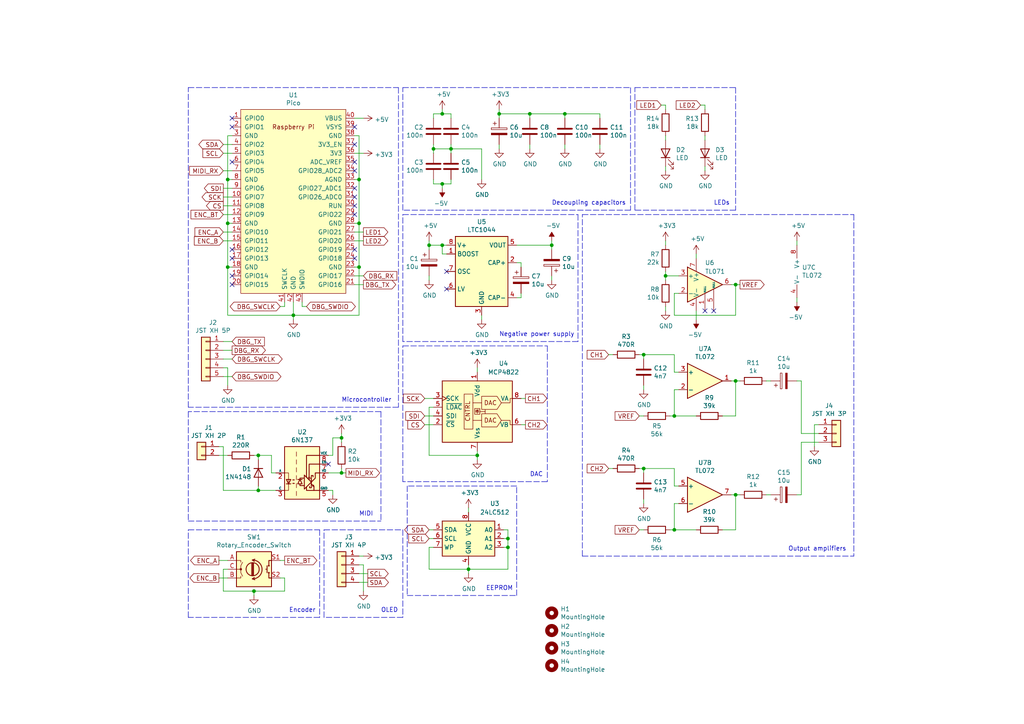
<source format=kicad_sch>
(kicad_sch (version 20211123) (generator eeschema)
  (paper "A4")
  (title_block (title "pico-synth") (date "2022-02-01") (rev "2.1") (comment 3 "Released under CERN Open Hardware Licence Version 2 - Strongly Reciprocal") (comment 4 "Designed by: Rafael G. Martins"))
  (junction (at 163.83 33.02))
  (junction (at 138.43 132.08))
  (junction (at 85.09 91.44))
  (junction (at 73.66 171.45))
  (junction (at 147.32 156.21))
  (junction (at 213.36 143.51))
  (junction (at 74.93 142.24))
  (junction (at 147.32 158.75))
  (junction (at 99.06 137.16))
  (junction (at 186.69 102.87))
  (junction (at 144.78 33.02))
  (junction (at 195.58 120.65))
  (junction (at 66.04 52.07))
  (junction (at 104.14 52.07))
  (junction (at 124.46 71.12))
  (junction (at 213.36 110.49))
  (junction (at 193.04 80.01))
  (junction (at 160.02 71.12))
  (junction (at 195.58 153.67))
  (junction (at 130.81 43.18))
  (junction (at 125.73 43.18))
  (junction (at 186.69 135.89))
  (junction (at 66.04 77.47))
  (junction (at 104.14 77.47))
  (junction (at 99.06 127))
  (junction (at 135.89 165.1))
  (junction (at 128.27 33.02))
  (junction (at 104.14 64.77))
  (junction (at 153.67 33.02))
  (junction (at 74.93 132.08))
  (junction (at 128.27 71.12))
  (junction (at 128.27 53.34))
  (junction (at 213.36 82.55))
  (junction (at 66.04 64.77))
  (no_connect (at 67.31 82.55))
  (no_connect (at 67.31 34.29))
  (no_connect (at 204.47 90.17))
  (no_connect (at 102.87 41.91))
  (no_connect (at 102.87 46.99))
  (no_connect (at 67.31 46.99))
  (no_connect (at 67.31 72.39))
  (no_connect (at 102.87 36.83))
  (no_connect (at 102.87 49.53))
  (no_connect (at 95.25 134.62))
  (no_connect (at 102.87 54.61))
  (no_connect (at 102.87 62.23))
  (no_connect (at 67.31 36.83))
  (no_connect (at 102.87 72.39))
  (no_connect (at 207.01 90.17))
  (no_connect (at 129.54 78.74))
  (no_connect (at 67.31 80.01))
  (no_connect (at 102.87 59.69))
  (no_connect (at 102.87 74.93))
  (no_connect (at 129.54 83.82))
  (no_connect (at 102.87 57.15))
  (no_connect (at 67.31 74.93))
  (wire (pts (xy 213.36 143.51) (xy 213.36 153.67)))
  (wire (pts (xy 99.06 127) (xy 99.06 128.27)))
  (wire (pts (xy 195.58 153.67) (xy 201.93 153.67)))
  (wire (pts (xy 125.73 158.75) (xy 124.46 158.75)))
  (wire (pts (xy 128.27 71.12) (xy 129.54 71.12)))
  (wire (pts (xy 232.41 128.27) (xy 237.49 128.27)))
  (polyline (pts (xy 167.64 62.23) (xy 167.64 99.06)))
  (wire (pts (xy 67.31 64.77) (xy 66.04 64.77)))
  (wire (pts (xy 125.73 52.07) (xy 125.73 53.34)))
  (polyline (pts (xy 54.61 151.13) (xy 110.49 151.13)))
  (wire (pts (xy 67.31 39.37) (xy 66.04 39.37)))
  (wire (pts (xy 213.36 143.51) (xy 214.63 143.51)))
  (wire (pts (xy 135.89 148.59) (xy 135.89 147.32)))
  (wire (pts (xy 96.52 127) (xy 99.06 127)))
  (wire (pts (xy 149.86 71.12) (xy 160.02 71.12)))
  (wire (pts (xy 153.67 34.29) (xy 153.67 33.02)))
  (wire (pts (xy 85.09 91.44) (xy 85.09 87.63)))
  (wire (pts (xy 125.73 118.11) (xy 124.46 118.11)))
  (wire (pts (xy 78.74 132.08) (xy 74.93 132.08)))
  (wire (pts (xy 146.05 158.75) (xy 147.32 158.75)))
  (wire (pts (xy 151.13 115.57) (xy 152.4 115.57)))
  (wire (pts (xy 128.27 73.66) (xy 128.27 71.12)))
  (wire (pts (xy 204.47 49.53) (xy 204.47 48.26)))
  (wire (pts (xy 201.93 92.71) (xy 201.93 90.17)))
  (wire (pts (xy 222.25 110.49) (xy 223.52 110.49)))
  (wire (pts (xy 195.58 135.89) (xy 195.58 140.97)))
  (wire (pts (xy 163.83 43.18) (xy 163.83 41.91)))
  (polyline (pts (xy 182.88 60.96) (xy 116.84 60.96)))
  (wire (pts (xy 173.99 33.02) (xy 173.99 34.29)))
  (polyline (pts (xy 116.84 153.67) (xy 116.84 179.07)))
  (wire (pts (xy 186.69 146.05) (xy 186.69 144.78)))
  (wire (pts (xy 153.67 33.02) (xy 163.83 33.02)))
  (wire (pts (xy 195.58 102.87) (xy 195.58 107.95)))
  (wire (pts (xy 104.14 77.47) (xy 104.14 64.77)))
  (wire (pts (xy 231.14 87.63) (xy 231.14 86.36)))
  (wire (pts (xy 64.77 171.45) (xy 64.77 165.1)))
  (polyline (pts (xy 247.65 62.23) (xy 247.65 161.29)))
  (wire (pts (xy 63.5 167.64) (xy 66.04 167.64)))
  (wire (pts (xy 193.04 81.28) (xy 193.04 80.01)))
  (polyline (pts (xy 118.11 172.72) (xy 149.86 172.72)))
  (wire (pts (xy 85.09 91.44) (xy 104.14 91.44)))
  (wire (pts (xy 128.27 31.75) (xy 128.27 33.02)))
  (wire (pts (xy 138.43 107.95) (xy 138.43 106.68)))
  (wire (pts (xy 146.05 153.67) (xy 147.32 153.67)))
  (polyline (pts (xy 92.71 179.07) (xy 54.61 179.07)))
  (wire (pts (xy 102.87 52.07) (xy 104.14 52.07)))
  (polyline (pts (xy 184.15 60.96) (xy 184.15 25.4)))
  (wire (pts (xy 194.31 120.65) (xy 195.58 120.65)))
  (wire (pts (xy 124.46 158.75) (xy 124.46 165.1)))
  (wire (pts (xy 147.32 158.75) (xy 147.32 165.1)))
  (wire (pts (xy 66.04 91.44) (xy 85.09 91.44)))
  (wire (pts (xy 196.85 85.09) (xy 195.58 85.09)))
  (wire (pts (xy 195.58 107.95) (xy 196.85 107.95)))
  (wire (pts (xy 123.19 123.19) (xy 125.73 123.19)))
  (wire (pts (xy 85.09 92.71) (xy 85.09 91.44)))
  (wire (pts (xy 128.27 33.02) (xy 130.81 33.02)))
  (wire (pts (xy 64.77 44.45) (xy 67.31 44.45)))
  (wire (pts (xy 64.77 49.53) (xy 67.31 49.53)))
  (wire (pts (xy 125.73 34.29) (xy 125.73 33.02)))
  (polyline (pts (xy 110.49 119.38) (xy 54.61 119.38)))
  (wire (pts (xy 63.5 132.08) (xy 66.04 132.08)))
  (wire (pts (xy 63.5 129.54) (xy 64.77 129.54)))
  (polyline (pts (xy 168.91 62.23) (xy 247.65 62.23)))
  (polyline (pts (xy 116.84 99.06) (xy 116.84 62.23)))
  (wire (pts (xy 102.87 82.55) (xy 105.41 82.55)))
  (wire (pts (xy 135.89 165.1) (xy 147.32 165.1)))
  (polyline (pts (xy 116.84 179.07) (xy 93.98 179.07)))
  (wire (pts (xy 144.78 33.02) (xy 144.78 31.75)))
  (wire (pts (xy 102.87 44.45) (xy 105.41 44.45)))
  (wire (pts (xy 124.46 165.1) (xy 135.89 165.1)))
  (wire (pts (xy 64.77 99.06) (xy 67.31 99.06)))
  (wire (pts (xy 124.46 81.28) (xy 124.46 80.01)))
  (wire (pts (xy 173.99 43.18) (xy 173.99 41.91)))
  (wire (pts (xy 151.13 76.2) (xy 151.13 77.47)))
  (wire (pts (xy 73.66 171.45) (xy 64.77 171.45)))
  (wire (pts (xy 64.77 59.69) (xy 67.31 59.69)))
  (polyline (pts (xy 116.84 139.7) (xy 116.84 100.33)))
  (wire (pts (xy 144.78 43.18) (xy 144.78 41.91)))
  (wire (pts (xy 102.87 64.77) (xy 104.14 64.77)))
  (wire (pts (xy 153.67 43.18) (xy 153.67 41.91)))
  (wire (pts (xy 105.41 171.45) (xy 105.41 163.83)))
  (polyline (pts (xy 54.61 153.67) (xy 92.71 153.67)))
  (polyline (pts (xy 149.86 140.97) (xy 118.11 140.97)))
  (wire (pts (xy 64.77 69.85) (xy 67.31 69.85)))
  (polyline (pts (xy 54.61 118.11) (xy 54.61 25.4)))
  (wire (pts (xy 66.04 39.37) (xy 66.04 52.07)))
  (wire (pts (xy 160.02 71.12) (xy 160.02 69.85)))
  (wire (pts (xy 64.77 67.31) (xy 67.31 67.31)))
  (wire (pts (xy 186.69 113.03) (xy 186.69 111.76)))
  (wire (pts (xy 147.32 156.21) (xy 147.32 158.75)))
  (wire (pts (xy 236.22 129.54) (xy 236.22 123.19)))
  (wire (pts (xy 231.14 143.51) (xy 232.41 143.51)))
  (wire (pts (xy 203.2 30.48) (xy 204.47 30.48)))
  (polyline (pts (xy 116.84 25.4) (xy 182.88 25.4)))
  (wire (pts (xy 139.7 92.71) (xy 139.7 91.44)))
  (wire (pts (xy 66.04 111.76) (xy 66.04 106.68)))
  (wire (pts (xy 130.81 43.18) (xy 130.81 41.91)))
  (wire (pts (xy 128.27 53.34) (xy 130.81 53.34)))
  (wire (pts (xy 74.93 142.24) (xy 80.01 142.24)))
  (wire (pts (xy 102.87 67.31) (xy 105.41 67.31)))
  (wire (pts (xy 125.73 33.02) (xy 128.27 33.02)))
  (wire (pts (xy 213.36 110.49) (xy 213.36 120.65)))
  (wire (pts (xy 104.14 163.83) (xy 105.41 163.83)))
  (polyline (pts (xy 158.75 100.33) (xy 158.75 139.7)))
  (polyline (pts (xy 116.84 100.33) (xy 158.75 100.33)))
  (polyline (pts (xy 115.57 25.4) (xy 115.57 118.11)))
  (polyline (pts (xy 168.91 161.29) (xy 168.91 62.23)))
  (wire (pts (xy 66.04 52.07) (xy 67.31 52.07)))
  (wire (pts (xy 193.04 80.01) (xy 193.04 78.74)))
  (wire (pts (xy 74.93 132.08) (xy 73.66 132.08)))
  (wire (pts (xy 64.77 142.24) (xy 74.93 142.24)))
  (wire (pts (xy 128.27 54.61) (xy 128.27 53.34)))
  (wire (pts (xy 124.46 71.12) (xy 128.27 71.12)))
  (wire (pts (xy 195.58 146.05) (xy 195.58 153.67)))
  (wire (pts (xy 73.66 171.45) (xy 82.55 171.45)))
  (wire (pts (xy 149.86 76.2) (xy 151.13 76.2)))
  (wire (pts (xy 64.77 129.54) (xy 64.77 142.24)))
  (wire (pts (xy 125.73 53.34) (xy 128.27 53.34)))
  (polyline (pts (xy 149.86 172.72) (xy 149.86 140.97)))
  (polyline (pts (xy 54.61 119.38) (xy 54.61 151.13)))
  (wire (pts (xy 209.55 153.67) (xy 213.36 153.67)))
  (wire (pts (xy 194.31 153.67) (xy 195.58 153.67)))
  (wire (pts (xy 104.14 52.07) (xy 104.14 39.37)))
  (wire (pts (xy 193.04 30.48) (xy 193.04 31.75)))
  (wire (pts (xy 209.55 120.65) (xy 213.36 120.65)))
  (wire (pts (xy 81.28 88.9) (xy 82.55 88.9)))
  (polyline (pts (xy 115.57 118.11) (xy 54.61 118.11)))
  (wire (pts (xy 102.87 77.47) (xy 104.14 77.47)))
  (wire (pts (xy 185.42 102.87) (xy 186.69 102.87)))
  (wire (pts (xy 195.58 146.05) (xy 196.85 146.05)))
  (wire (pts (xy 231.14 110.49) (xy 232.41 110.49)))
  (wire (pts (xy 64.77 57.15) (xy 67.31 57.15)))
  (wire (pts (xy 129.54 73.66) (xy 128.27 73.66)))
  (wire (pts (xy 66.04 77.47) (xy 66.04 91.44)))
  (polyline (pts (xy 54.61 25.4) (xy 115.57 25.4)))
  (wire (pts (xy 102.87 34.29) (xy 105.41 34.29)))
  (wire (pts (xy 64.77 41.91) (xy 67.31 41.91)))
  (wire (pts (xy 144.78 34.29) (xy 144.78 33.02)))
  (wire (pts (xy 102.87 80.01) (xy 105.41 80.01)))
  (wire (pts (xy 186.69 104.14) (xy 186.69 102.87)))
  (wire (pts (xy 193.04 71.12) (xy 193.04 69.85)))
  (wire (pts (xy 213.36 91.44) (xy 213.36 82.55)))
  (wire (pts (xy 236.22 123.19) (xy 237.49 123.19)))
  (wire (pts (xy 151.13 123.19) (xy 152.4 123.19)))
  (polyline (pts (xy 116.84 60.96) (xy 116.84 25.4)))
  (wire (pts (xy 124.46 153.67) (xy 125.73 153.67)))
  (wire (pts (xy 138.43 132.08) (xy 138.43 130.81)))
  (wire (pts (xy 213.36 110.49) (xy 214.63 110.49)))
  (polyline (pts (xy 184.15 25.4) (xy 213.36 25.4)))
  (polyline (pts (xy 116.84 62.23) (xy 167.64 62.23)))
  (wire (pts (xy 124.46 118.11) (xy 124.46 132.08)))
  (wire (pts (xy 64.77 62.23) (xy 67.31 62.23)))
  (wire (pts (xy 96.52 142.24) (xy 96.52 143.51)))
  (wire (pts (xy 104.14 39.37) (xy 102.87 39.37)))
  (wire (pts (xy 104.14 91.44) (xy 104.14 77.47)))
  (wire (pts (xy 138.43 133.35) (xy 138.43 132.08)))
  (wire (pts (xy 204.47 30.48) (xy 204.47 31.75)))
  (wire (pts (xy 193.04 49.53) (xy 193.04 48.26)))
  (wire (pts (xy 195.58 113.03) (xy 196.85 113.03)))
  (wire (pts (xy 130.81 43.18) (xy 125.73 43.18)))
  (wire (pts (xy 195.58 140.97) (xy 196.85 140.97)))
  (wire (pts (xy 185.42 135.89) (xy 186.69 135.89)))
  (wire (pts (xy 144.78 33.02) (xy 153.67 33.02)))
  (wire (pts (xy 160.02 72.39) (xy 160.02 71.12)))
  (wire (pts (xy 63.5 162.56) (xy 66.04 162.56)))
  (wire (pts (xy 87.63 87.63) (xy 87.63 88.9)))
  (polyline (pts (xy 92.71 153.67) (xy 92.71 179.07)))
  (wire (pts (xy 64.77 101.6) (xy 67.31 101.6)))
  (polyline (pts (xy 182.88 25.4) (xy 182.88 60.96)))
  (wire (pts (xy 160.02 81.28) (xy 160.02 80.01)))
  (wire (pts (xy 201.93 74.93) (xy 201.93 73.66)))
  (wire (pts (xy 149.86 86.36) (xy 151.13 86.36)))
  (polyline (pts (xy 213.36 60.96) (xy 184.15 60.96)))
  (wire (pts (xy 135.89 166.37) (xy 135.89 165.1)))
  (polyline (pts (xy 110.49 119.38) (xy 110.49 151.13)))
  (wire (pts (xy 124.46 71.12) (xy 124.46 72.39)))
  (wire (pts (xy 195.58 85.09) (xy 195.58 91.44)))
  (polyline (pts (xy 54.61 179.07) (xy 54.61 153.67)))
  (wire (pts (xy 95.25 142.24) (xy 96.52 142.24)))
  (wire (pts (xy 104.14 161.29) (xy 105.41 161.29)))
  (wire (pts (xy 99.06 137.16) (xy 100.33 137.16)))
  (wire (pts (xy 81.28 162.56) (xy 82.55 162.56)))
  (wire (pts (xy 193.04 90.17) (xy 193.04 88.9)))
  (wire (pts (xy 176.53 102.87) (xy 177.8 102.87)))
  (wire (pts (xy 82.55 88.9) (xy 82.55 87.63)))
  (wire (pts (xy 186.69 135.89) (xy 195.58 135.89)))
  (wire (pts (xy 66.04 52.07) (xy 66.04 64.77)))
  (polyline (pts (xy 93.98 179.07) (xy 93.98 153.67)))
  (wire (pts (xy 67.31 77.47) (xy 66.04 77.47)))
  (wire (pts (xy 139.7 52.07) (xy 139.7 43.18)))
  (wire (pts (xy 232.41 125.73) (xy 232.41 110.49)))
  (wire (pts (xy 78.74 137.16) (xy 78.74 132.08)))
  (wire (pts (xy 64.77 104.14) (xy 67.31 104.14)))
  (wire (pts (xy 204.47 40.64) (xy 204.47 39.37)))
  (polyline (pts (xy 118.11 140.97) (xy 118.11 172.72)))
  (wire (pts (xy 212.09 110.49) (xy 213.36 110.49)))
  (wire (pts (xy 185.42 120.65) (xy 186.69 120.65)))
  (wire (pts (xy 66.04 64.77) (xy 66.04 77.47)))
  (wire (pts (xy 146.05 156.21) (xy 147.32 156.21)))
  (wire (pts (xy 231.14 71.12) (xy 231.14 69.85)))
  (wire (pts (xy 82.55 167.64) (xy 81.28 167.64)))
  (wire (pts (xy 87.63 88.9) (xy 88.9 88.9)))
  (wire (pts (xy 163.83 33.02) (xy 173.99 33.02)))
  (wire (pts (xy 195.58 113.03) (xy 195.58 120.65)))
  (wire (pts (xy 185.42 153.67) (xy 186.69 153.67)))
  (wire (pts (xy 64.77 165.1) (xy 66.04 165.1)))
  (polyline (pts (xy 158.75 139.7) (xy 116.84 139.7)))
  (wire (pts (xy 82.55 171.45) (xy 82.55 167.64)))
  (wire (pts (xy 130.81 33.02) (xy 130.81 34.29)))
  (wire (pts (xy 124.46 132.08) (xy 138.43 132.08)))
  (wire (pts (xy 104.14 166.37) (xy 106.68 166.37)))
  (wire (pts (xy 74.93 133.35) (xy 74.93 132.08)))
  (wire (pts (xy 80.01 137.16) (xy 78.74 137.16)))
  (wire (pts (xy 222.25 143.51) (xy 223.52 143.51)))
  (wire (pts (xy 123.19 120.65) (xy 125.73 120.65)))
  (wire (pts (xy 139.7 43.18) (xy 130.81 43.18)))
  (wire (pts (xy 99.06 127) (xy 99.06 125.73)))
  (wire (pts (xy 213.36 82.55) (xy 212.09 82.55)))
  (polyline (pts (xy 213.36 25.4) (xy 213.36 60.96)))
  (wire (pts (xy 186.69 102.87) (xy 195.58 102.87)))
  (wire (pts (xy 212.09 143.51) (xy 213.36 143.51)))
  (wire (pts (xy 163.83 34.29) (xy 163.83 33.02)))
  (wire (pts (xy 195.58 91.44) (xy 213.36 91.44)))
  (wire (pts (xy 124.46 69.85) (xy 124.46 71.12)))
  (wire (pts (xy 191.77 30.48) (xy 193.04 30.48)))
  (wire (pts (xy 74.93 140.97) (xy 74.93 142.24)))
  (polyline (pts (xy 93.98 153.67) (xy 116.84 153.67)))
  (wire (pts (xy 102.87 69.85) (xy 105.41 69.85)))
  (wire (pts (xy 66.04 106.68) (xy 64.77 106.68)))
  (polyline (pts (xy 167.64 99.06) (xy 116.84 99.06)))
  (wire (pts (xy 130.81 53.34) (xy 130.81 52.07)))
  (wire (pts (xy 193.04 80.01) (xy 196.85 80.01)))
  (wire (pts (xy 195.58 120.65) (xy 201.93 120.65)))
  (wire (pts (xy 64.77 109.22) (xy 67.31 109.22)))
  (wire (pts (xy 232.41 125.73) (xy 237.49 125.73)))
  (wire (pts (xy 125.73 44.45) (xy 125.73 43.18)))
  (wire (pts (xy 96.52 132.08) (xy 96.52 127)))
  (wire (pts (xy 104.14 168.91) (xy 106.68 168.91)))
  (wire (pts (xy 73.66 172.72) (xy 73.66 171.45)))
  (polyline (pts (xy 168.91 161.29) (xy 247.65 161.29)))
  (wire (pts (xy 186.69 137.16) (xy 186.69 135.89)))
  (wire (pts (xy 125.73 43.18) (xy 125.73 41.91)))
  (wire (pts (xy 176.53 135.89) (xy 177.8 135.89)))
  (wire (pts (xy 130.81 44.45) (xy 130.81 43.18)))
  (wire (pts (xy 123.19 115.57) (xy 125.73 115.57)))
  (wire (pts (xy 99.06 137.16) (xy 99.06 135.89)))
  (wire (pts (xy 95.25 132.08) (xy 96.52 132.08)))
  (wire (pts (xy 135.89 165.1) (xy 135.89 163.83)))
  (wire (pts (xy 232.41 143.51) (xy 232.41 128.27)))
  (wire (pts (xy 124.46 156.21) (xy 125.73 156.21)))
  (wire (pts (xy 213.36 82.55) (xy 214.63 82.55)))
  (wire (pts (xy 151.13 86.36) (xy 151.13 85.09)))
  (wire (pts (xy 64.77 54.61) (xy 67.31 54.61)))
  (wire (pts (xy 104.14 64.77) (xy 104.14 52.07)))
  (wire (pts (xy 95.25 137.16) (xy 99.06 137.16)))
  (wire (pts (xy 193.04 40.64) (xy 193.04 39.37)))
  (wire (pts (xy 147.32 153.67) (xy 147.32 156.21)))
  (text "EEPROM" (at 140.97 171.45 0) (effects (font (size 1.27 1.27)) (justify left bottom)))
  (text "Output amplifiers" (at 228.6 160.02 0) (effects (font (size 1.27 1.27)) (justify left bottom)))
  (text "LEDs" (at 207.01 59.69 0) (effects (font (size 1.27 1.27)) (justify left bottom)))
  (text "Negative power supply" (at 144.78 97.79 0) (effects (font (size 1.27 1.27)) (justify left bottom)))
  (text "OLED" (at 110.49 177.8 0) (effects (font (size 1.27 1.27)) (justify left bottom)))
  (text "Encoder" (at 83.82 177.8 0) (effects (font (size 1.27 1.27)) (justify left bottom)))
  (text "Decoupling capacitors" (at 160.02 59.69 0) (effects (font (size 1.27 1.27)) (justify left bottom)))
  (text "Microcontroller" (at 99.06 116.84 0) (effects (font (size 1.27 1.27)) (justify left bottom)))
  (text "MIDI" (at 104.14 149.86 0) (effects (font (size 1.27 1.27)) (justify left bottom)))
  (text "DAC" (at 153.67 138.43 0) (effects (font (size 1.27 1.27)) (justify left bottom)))
  (global_label "SDA" (shape bidirectional) (at 124.46 153.67 180) (property "Intersheet References" "${INTERSHEET_REFS}" (effects hide)))
  (global_label "CH2" (shape input) (at 176.53 135.89 180) (property "Intersheet References" "${INTERSHEET_REFS}" (effects hide)))
  (global_label "LED2" (shape input) (at 203.2 30.48 180) (property "Intersheet References" "${INTERSHEET_REFS}" (effects hide)))
  (global_label "SDA" (shape output) (at 106.68 168.91 0) (property "Intersheet References" "${INTERSHEET_REFS}" (effects hide)))
  (global_label "SDI" (shape output) (at 64.77 54.61 180) (property "Intersheet References" "${INTERSHEET_REFS}" (effects hide)))
  (global_label "ENC_BT" (shape input) (at 64.77 62.23 180) (property "Intersheet References" "${INTERSHEET_REFS}" (effects hide)))
  (global_label "CS" (shape output) (at 64.77 59.69 180) (property "Intersheet References" "${INTERSHEET_REFS}" (effects hide)))
  (global_label "DBG_SWCLK" (shape bidirectional) (at 67.31 104.14 0) (property "Intersheet References" "${INTERSHEET_REFS}" (effects hide)))
  (global_label "VREF" (shape input) (at 185.42 153.67 180) (property "Intersheet References" "${INTERSHEET_REFS}" (effects hide)))
  (global_label "SCL" (shape input) (at 64.77 44.45 180) (property "Intersheet References" "${INTERSHEET_REFS}" (effects hide)))
  (global_label "DBG_RX" (shape input) (at 105.41 80.01 0) (property "Intersheet References" "${INTERSHEET_REFS}" (effects hide)))
  (global_label "DBG_SWDIO" (shape bidirectional) (at 67.31 109.22 0) (property "Intersheet References" "${INTERSHEET_REFS}" (effects hide)))
  (global_label "LED1" (shape output) (at 105.41 67.31 0) (property "Intersheet References" "${INTERSHEET_REFS}" (effects hide)))
  (global_label "ENC_B" (shape input) (at 64.77 69.85 180) (property "Intersheet References" "${INTERSHEET_REFS}" (effects hide)))
  (global_label "VREF" (shape input) (at 185.42 120.65 180) (property "Intersheet References" "${INTERSHEET_REFS}" (effects hide)))
  (global_label "CH1" (shape output) (at 152.4 115.57 0) (property "Intersheet References" "${INTERSHEET_REFS}" (effects hide)))
  (global_label "CS" (shape input) (at 123.19 123.19 180) (property "Intersheet References" "${INTERSHEET_REFS}" (effects hide)))
  (global_label "DBG_SWDIO" (shape bidirectional) (at 88.9 88.9 0) (property "Intersheet References" "${INTERSHEET_REFS}" (effects hide)))
  (global_label "LED1" (shape input) (at 191.77 30.48 180) (property "Intersheet References" "${INTERSHEET_REFS}" (effects hide)))
  (global_label "DBG_TX" (shape input) (at 67.31 99.06 0) (property "Intersheet References" "${INTERSHEET_REFS}" (effects hide)))
  (global_label "ENC_A" (shape input) (at 64.77 67.31 180) (property "Intersheet References" "${INTERSHEET_REFS}" (effects hide)))
  (global_label "MIDI_RX" (shape output) (at 100.33 137.16 0) (property "Intersheet References" "${INTERSHEET_REFS}" (effects hide)))
  (global_label "DBG_SWCLK" (shape bidirectional) (at 81.28 88.9 180) (property "Intersheet References" "${INTERSHEET_REFS}" (effects hide)))
  (global_label "VREF" (shape output) (at 214.63 82.55 0) (property "Intersheet References" "${INTERSHEET_REFS}" (effects hide)))
  (global_label "SCK" (shape output) (at 64.77 57.15 180) (property "Intersheet References" "${INTERSHEET_REFS}" (effects hide)))
  (global_label "SCK" (shape input) (at 123.19 115.57 180) (property "Intersheet References" "${INTERSHEET_REFS}" (effects hide)))
  (global_label "ENC_BT" (shape output) (at 82.55 162.56 0) (property "Intersheet References" "${INTERSHEET_REFS}" (effects hide)))
  (global_label "LED2" (shape output) (at 105.41 69.85 0) (property "Intersheet References" "${INTERSHEET_REFS}" (effects hide)))
  (global_label "SDI" (shape input) (at 123.19 120.65 180) (property "Intersheet References" "${INTERSHEET_REFS}" (effects hide)))
  (global_label "CH1" (shape input) (at 176.53 102.87 180) (property "Intersheet References" "${INTERSHEET_REFS}" (effects hide)))
  (global_label "SCL" (shape output) (at 106.68 166.37 0) (property "Intersheet References" "${INTERSHEET_REFS}" (effects hide)))
  (global_label "SCL" (shape input) (at 124.46 156.21 180) (property "Intersheet References" "${INTERSHEET_REFS}" (effects hide)))
  (global_label "DBG_RX" (shape output) (at 67.31 101.6 0) (property "Intersheet References" "${INTERSHEET_REFS}" (effects hide)))
  (global_label "ENC_B" (shape output) (at 63.5 167.64 180) (property "Intersheet References" "${INTERSHEET_REFS}" (effects hide)))
  (global_label "DBG_TX" (shape output) (at 105.41 82.55 0) (property "Intersheet References" "${INTERSHEET_REFS}" (effects hide)))
  (global_label "MIDI_RX" (shape input) (at 64.77 49.53 180) (property "Intersheet References" "${INTERSHEET_REFS}" (effects hide)))
  (global_label "CH2" (shape output) (at 152.4 123.19 0) (property "Intersheet References" "${INTERSHEET_REFS}" (effects hide)))
  (global_label "ENC_A" (shape output) (at 63.5 162.56 180) (property "Intersheet References" "${INTERSHEET_REFS}" (effects hide)))
  (global_label "SDA" (shape bidirectional) (at 64.77 41.91 180) (property "Intersheet References" "${INTERSHEET_REFS}" (effects hide)))
  (symbol (lib_id "Regulator_SwitchedCapacitor:LTC1044") (at 139.7 78.74 0) (unit 1)
    (property "Reference" "U5" (at 139.7 64.3382 0))
    (property "Value" "LTC1044" (at 139.7 66.6496 0))
    (property "Footprint" "Package_DIP:DIP-8_W7.62mm_LongPads" (effects hide))
    (property "Datasheet" "https://www.analog.com/media/en/technical-documentation/data-sheets/lt1044.pdf" (effects hide))
  )
  (symbol (lib_id "Device:CP") (at 151.13 81.28 0) (unit 1)
    (property "Reference" "C7" (at 154.1272 80.1116 0) (effects (justify left)))
    (property "Value" "10u" (at 154.1272 82.423 0) (effects (justify left)))
    (property "Footprint" "Capacitor_THT:CP_Radial_D5.0mm_P2.50mm" (effects hide))
  )
  (symbol (lib_id "Device:CP") (at 160.02 76.2 180) (unit 1)
    (property "Reference" "C9" (at 163.0172 75.0316 0) (effects (justify right)))
    (property "Value" "10u" (at 163.0172 77.343 0) (effects (justify right)))
    (property "Footprint" "Capacitor_THT:CP_Radial_D5.0mm_P2.50mm" (effects hide))
  )
  (symbol (lib_id "Device:CP") (at 124.46 76.2 0) (unit 1)
    (property "Reference" "C1" (at 121.4628 75.0316 0) (effects (justify right)))
    (property "Value" "10u" (at 121.4628 77.343 0) (effects (justify right)))
    (property "Footprint" "Capacitor_THT:CP_Radial_D5.0mm_P2.50mm" (effects hide))
  )
  (symbol (lib_id "Analog_DAC:MCP4822") (at 138.43 118.11 0) (unit 1)
    (property "Reference" "U4" (at 146.05 105.41 0))
    (property "Value" "MCP4822" (at 146.05 107.95 0))
    (property "Footprint" "Package_DIP:DIP-8_W7.62mm_LongPads" (effects hide))
    (property "Datasheet" "http://ww1.microchip.com/downloads/en/DeviceDoc/20002249B.pdf" (effects hide))
  )
  (symbol (lib_id "power:GND") (at 138.43 133.35 0) (unit 1)
    (property "Reference" "#PWR017" (effects hide))
    (property "Value" "GND" (at 138.557 137.7442 0))
  )
  (symbol (lib_id "Amplifier_Operational:TL071") (at 204.47 82.55 0) (unit 1)
    (property "Reference" "U6" (at 204.47 76.2 0) (effects (justify left)))
    (property "Value" "TL071" (at 204.47 78.74 0) (effects (justify left)))
    (property "Footprint" "Package_DIP:DIP-8_W7.62mm_LongPads" (effects hide))
    (property "Datasheet" "http://www.ti.com/lit/ds/symlink/tl071.pdf" (effects hide))
  )
  (symbol (lib_id "Amplifier_Operational:TL072") (at 204.47 110.49 0) (unit 1)
    (property "Reference" "U7" (at 204.47 101.1682 0))
    (property "Value" "TL072" (at 204.47 103.4796 0))
    (property "Footprint" "Package_DIP:DIP-8_W7.62mm_LongPads" (effects hide))
    (property "Datasheet" "http://www.ti.com/lit/ds/symlink/tl071.pdf" (effects hide))
  )
  (symbol (lib_id "Amplifier_Operational:TL072") (at 204.47 143.51 0) (unit 2)
    (property "Reference" "U7" (at 204.47 134.1882 0))
    (property "Value" "TL072" (at 204.47 136.4996 0))
    (property "Footprint" "Package_DIP:DIP-8_W7.62mm_LongPads" (effects hide))
    (property "Datasheet" "http://www.ti.com/lit/ds/symlink/tl071.pdf" (effects hide))
  )
  (symbol (lib_id "Amplifier_Operational:TL072") (at 233.68 78.74 0) (unit 3)
    (property "Reference" "U7" (at 232.6132 77.5716 0) (effects (justify left)))
    (property "Value" "TL072" (at 232.6132 79.883 0) (effects (justify left)))
    (property "Footprint" "Package_DIP:DIP-8_W7.62mm_LongPads" (effects hide))
    (property "Datasheet" "http://www.ti.com/lit/ds/symlink/tl071.pdf" (effects hide))
  )
  (symbol (lib_id "Device:R") (at 205.74 120.65 270) (unit 1)
    (property "Reference" "R9" (at 205.74 115.3922 90))
    (property "Value" "39k" (at 205.74 117.7036 90))
    (property "Footprint" "Resistor_THT:R_Axial_DIN0207_L6.3mm_D2.5mm_P10.16mm_Horizontal" (effects hide))
  )
  (symbol (lib_id "Device:R") (at 190.5 120.65 90) (unit 1)
    (property "Reference" "R5" (at 190.5 123.571 90))
    (property "Value" "56k" (at 190.5 125.8824 90))
    (property "Footprint" "Resistor_THT:R_Axial_DIN0207_L6.3mm_D2.5mm_P10.16mm_Horizontal" (effects hide))
  )
  (symbol (lib_id "Connector_Generic:Conn_01x02") (at 58.42 129.54 0) (mirror y) (unit 1)
    (property "Reference" "J1" (at 60.5028 124.0282 0))
    (property "Value" "JST XH 2P" (at 60.5028 126.3396 0))
    (property "Footprint" "Connector_JST:JST_XH_B2B-XH-A_1x02_P2.50mm_Vertical" (effects hide))
  )
  (symbol (lib_id "Device:R") (at 69.85 132.08 90) (unit 1)
    (property "Reference" "R1" (at 69.85 126.8222 90))
    (property "Value" "220R" (at 69.85 129.1336 90))
    (property "Footprint" "Resistor_THT:R_Axial_DIN0207_L6.3mm_D2.5mm_P10.16mm_Horizontal" (effects hide))
  )
  (symbol (lib_id "Device:R") (at 99.06 132.08 0) (unit 1)
    (property "Reference" "R2" (at 100.838 130.9116 0) (effects (justify left)))
    (property "Value" "10k" (at 100.838 133.223 0) (effects (justify left)))
    (property "Footprint" "Resistor_THT:R_Axial_DIN0207_L6.3mm_D2.5mm_P10.16mm_Horizontal" (effects hide))
  )
  (symbol (lib_id "Connector_Generic:Conn_01x04") (at 99.06 163.83 0) (mirror y) (unit 1)
    (property "Reference" "J3" (at 101.1428 155.7782 0))
    (property "Value" "JST XH 4P" (at 101.1428 158.0896 0))
    (property "Footprint" "Connector_JST:JST_XH_B4B-XH-A_1x04_P2.50mm_Vertical" (effects hide))
  )
  (symbol (lib_id "power:GND") (at 105.41 171.45 0) (unit 1)
    (property "Reference" "#PWR09" (effects hide))
    (property "Value" "GND" (at 105.537 175.8442 0))
  )
  (symbol (lib_id "Device:R") (at 193.04 85.09 0) (unit 1)
    (property "Reference" "R8" (at 191.2874 83.9216 0) (effects (justify right)))
    (property "Value" "10k" (at 191.2874 86.233 0) (effects (justify right)))
    (property "Footprint" "Resistor_THT:R_Axial_DIN0207_L6.3mm_D2.5mm_P10.16mm_Horizontal" (effects hide))
  )
  (symbol (lib_id "Device:R") (at 193.04 74.93 0) (unit 1)
    (property "Reference" "R7" (at 191.2874 73.7616 0) (effects (justify right)))
    (property "Value" "22k" (at 191.2874 76.073 0) (effects (justify right)))
    (property "Footprint" "Resistor_THT:R_Axial_DIN0207_L6.3mm_D2.5mm_P10.16mm_Horizontal" (effects hide))
  )
  (symbol (lib_id "Device:R") (at 181.61 102.87 270) (unit 1)
    (property "Reference" "R3" (at 181.61 97.6122 90))
    (property "Value" "470R" (at 181.61 99.9236 90))
    (property "Footprint" "Resistor_THT:R_Axial_DIN0207_L6.3mm_D2.5mm_P10.16mm_Horizontal" (effects hide))
  )
  (symbol (lib_id "Device:C") (at 186.69 107.95 0) (unit 1)
    (property "Reference" "C12" (at 189.611 106.7816 0) (effects (justify left)))
    (property "Value" "4n7" (at 189.611 109.093 0) (effects (justify left)))
    (property "Footprint" "Capacitor_THT:C_Disc_D3.0mm_W1.6mm_P2.50mm" (effects hide))
  )
  (symbol (lib_id "Device:CP") (at 227.33 110.49 90) (unit 1)
    (property "Reference" "C14" (at 227.33 104.013 90))
    (property "Value" "10u" (at 227.33 106.3244 90))
    (property "Footprint" "Capacitor_THT:CP_Radial_D5.0mm_P2.50mm" (effects hide))
  )
  (symbol (lib_id "Memory_EEPROM:24LC512") (at 135.89 156.21 0) (mirror y) (unit 1)
    (property "Reference" "U3" (at 143.51 146.05 0))
    (property "Value" "24LC512" (at 143.51 148.59 0))
    (property "Footprint" "Package_DIP:DIP-8_W7.62mm_LongPads" (effects hide))
    (property "Datasheet" "http://ww1.microchip.com/downloads/en/DeviceDoc/21754M.pdf" (effects hide))
  )
  (symbol (lib_id "Device:LED") (at 204.47 44.45 90) (unit 1)
    (property "Reference" "D3" (at 207.4672 43.4594 90) (effects (justify right)))
    (property "Value" "LED" (at 207.4672 45.7708 90) (effects (justify right)))
    (property "Footprint" "LED_THT:LED_D3.0mm" (effects hide))
  )
  (symbol (lib_id "power:GND") (at 204.47 49.53 0) (unit 1)
    (property "Reference" "#PWR0101" (effects hide))
    (property "Value" "GND" (at 204.597 53.9242 0))
  )
  (symbol (lib_id "Device:LED") (at 193.04 44.45 90) (unit 1)
    (property "Reference" "D2" (at 196.0372 43.4594 90) (effects (justify right)))
    (property "Value" "LED" (at 196.0372 45.7708 90) (effects (justify right)))
    (property "Footprint" "LED_THT:LED_D3.0mm" (effects hide))
  )
  (symbol (lib_id "power:GND") (at 193.04 49.53 0) (unit 1)
    (property "Reference" "#PWR0102" (effects hide))
    (property "Value" "GND" (at 193.167 53.9242 0))
  )
  (symbol (lib_id "Device:R") (at 204.47 35.56 0) (unit 1)
    (property "Reference" "R13" (at 202.7174 34.3916 0) (effects (justify right)))
    (property "Value" "18k" (at 202.7174 36.703 0) (effects (justify right)))
    (property "Footprint" "Resistor_THT:R_Axial_DIN0207_L6.3mm_D2.5mm_P10.16mm_Horizontal" (effects hide))
  )
  (symbol (lib_id "Device:R") (at 193.04 35.56 0) (unit 1)
    (property "Reference" "R14" (at 191.2874 34.3916 0) (effects (justify right)))
    (property "Value" "18k" (at 191.2874 36.703 0) (effects (justify right)))
    (property "Footprint" "Resistor_THT:R_Axial_DIN0207_L6.3mm_D2.5mm_P10.16mm_Horizontal" (effects hide))
  )
  (symbol (lib_id "power:GND") (at 186.69 113.03 0) (unit 1)
    (property "Reference" "#PWR027" (effects hide))
    (property "Value" "GND" (at 186.817 117.4242 0))
  )
  (symbol (lib_id "Device:R") (at 218.44 110.49 270) (unit 1)
    (property "Reference" "R11" (at 218.44 105.2322 90))
    (property "Value" "1k" (at 218.44 107.5436 90))
    (property "Footprint" "Resistor_THT:R_Axial_DIN0207_L6.3mm_D2.5mm_P10.16mm_Horizontal" (effects hide))
  )
  (symbol (lib_id "Device:R") (at 205.74 153.67 270) (unit 1)
    (property "Reference" "R10" (at 205.74 148.4122 90))
    (property "Value" "39k" (at 205.74 150.7236 90))
    (property "Footprint" "Resistor_THT:R_Axial_DIN0207_L6.3mm_D2.5mm_P10.16mm_Horizontal" (effects hide))
  )
  (symbol (lib_id "Device:R") (at 190.5 153.67 90) (unit 1)
    (property "Reference" "R6" (at 190.5 156.591 90))
    (property "Value" "56k" (at 190.5 158.9024 90))
    (property "Footprint" "Resistor_THT:R_Axial_DIN0207_L6.3mm_D2.5mm_P10.16mm_Horizontal" (effects hide))
  )
  (symbol (lib_id "Device:R") (at 181.61 135.89 270) (unit 1)
    (property "Reference" "R4" (at 181.61 130.6322 90))
    (property "Value" "470R" (at 181.61 132.9436 90))
    (property "Footprint" "Resistor_THT:R_Axial_DIN0207_L6.3mm_D2.5mm_P10.16mm_Horizontal" (effects hide))
  )
  (symbol (lib_id "Device:C") (at 186.69 140.97 0) (unit 1)
    (property "Reference" "C13" (at 189.611 139.8016 0) (effects (justify left)))
    (property "Value" "4n7" (at 189.611 142.113 0) (effects (justify left)))
    (property "Footprint" "Capacitor_THT:C_Disc_D3.0mm_W1.6mm_P2.50mm" (effects hide))
  )
  (symbol (lib_id "power:GND") (at 186.69 146.05 0) (unit 1)
    (property "Reference" "#PWR028" (effects hide))
    (property "Value" "GND" (at 186.817 150.4442 0))
  )
  (symbol (lib_id "Device:R") (at 218.44 143.51 270) (unit 1)
    (property "Reference" "R12" (at 218.44 138.2522 90))
    (property "Value" "1k" (at 218.44 140.5636 90))
    (property "Footprint" "Resistor_THT:R_Axial_DIN0207_L6.3mm_D2.5mm_P10.16mm_Horizontal" (effects hide))
  )
  (symbol (lib_id "Device:CP") (at 227.33 143.51 90) (unit 1)
    (property "Reference" "C15" (at 227.33 137.033 90))
    (property "Value" "10u" (at 227.33 139.3444 90))
    (property "Footprint" "Capacitor_THT:CP_Radial_D5.0mm_P2.50mm" (effects hide))
  )
  (symbol (lib_id "power:+5V") (at 201.93 73.66 0) (unit 1)
    (property "Reference" "#PWR031" (effects hide))
    (property "Value" "+5V" (at 202.311 69.2658 0))
  )
  (symbol (lib_id "power:-5V") (at 201.93 92.71 180) (unit 1)
    (property "Reference" "#PWR032" (effects hide))
    (property "Value" "-5V" (at 201.549 97.1042 0))
  )
  (symbol (lib_id "power:+3V3") (at 193.04 69.85 0) (unit 1)
    (property "Reference" "#PWR029" (effects hide))
    (property "Value" "+3V3" (at 193.421 65.4558 0))
  )
  (symbol (lib_id "power:GND") (at 193.04 90.17 0) (unit 1)
    (property "Reference" "#PWR030" (effects hide))
    (property "Value" "GND" (at 193.167 94.5642 0))
  )
  (symbol (lib_id "power:+5V") (at 128.27 31.75 0) (unit 1)
    (property "Reference" "#PWR012" (effects hide))
    (property "Value" "+5V" (at 128.651 27.3558 0))
  )
  (symbol (lib_id "Device:C") (at 130.81 38.1 0) (unit 1)
    (property "Reference" "C4" (at 133.731 36.9316 0) (effects (justify left)))
    (property "Value" "100n" (at 133.731 39.243 0) (effects (justify left)))
    (property "Footprint" "Capacitor_THT:C_Disc_D4.3mm_W1.9mm_P5.00mm" (effects hide))
  )
  (symbol (lib_id "Device:C") (at 125.73 38.1 0) (unit 1)
    (property "Reference" "C2" (at 122.809 36.9316 0) (effects (justify right)))
    (property "Value" "100n" (at 122.809 39.243 0) (effects (justify right)))
    (property "Footprint" "Capacitor_THT:C_Disc_D4.3mm_W1.9mm_P5.00mm" (effects hide))
  )
  (symbol (lib_id "power:-5V") (at 128.27 54.61 180) (unit 1)
    (property "Reference" "#PWR013" (effects hide))
    (property "Value" "-5V" (at 127.889 59.0042 0))
  )
  (symbol (lib_id "Device:C") (at 130.81 48.26 0) (unit 1)
    (property "Reference" "C5" (at 133.731 47.0916 0) (effects (justify left)))
    (property "Value" "100n" (at 133.731 49.403 0) (effects (justify left)))
    (property "Footprint" "Capacitor_THT:C_Disc_D4.3mm_W1.9mm_P5.00mm" (effects hide))
  )
  (symbol (lib_id "Device:C") (at 125.73 48.26 0) (unit 1)
    (property "Reference" "C3" (at 122.809 47.0916 0) (effects (justify right)))
    (property "Value" "100n" (at 122.809 49.403 0) (effects (justify right)))
    (property "Footprint" "Capacitor_THT:C_Disc_D4.3mm_W1.9mm_P5.00mm" (effects hide))
  )
  (symbol (lib_id "power:GND") (at 139.7 52.07 0) (unit 1)
    (property "Reference" "#PWR018" (effects hide))
    (property "Value" "GND" (at 139.827 56.4642 0))
  )
  (symbol (lib_id "power:+5V") (at 231.14 69.85 0) (unit 1)
    (property "Reference" "#PWR033" (effects hide))
    (property "Value" "+5V" (at 231.521 65.4558 0))
  )
  (symbol (lib_id "power:-5V") (at 231.14 87.63 180) (unit 1)
    (property "Reference" "#PWR034" (effects hide))
    (property "Value" "-5V" (at 230.759 92.0242 0))
  )
  (symbol (lib_id "power:+5V") (at 124.46 69.85 0) (unit 1)
    (property "Reference" "#PWR010" (effects hide))
    (property "Value" "+5V" (at 124.841 65.4558 0))
  )
  (symbol (lib_id "power:GND") (at 124.46 81.28 0) (unit 1)
    (property "Reference" "#PWR011" (effects hide))
    (property "Value" "GND" (at 124.587 85.6742 0))
  )
  (symbol (lib_id "power:GND") (at 139.7 92.71 0) (unit 1)
    (property "Reference" "#PWR019" (effects hide))
    (property "Value" "GND" (at 139.827 97.1042 0))
  )
  (symbol (lib_id "power:GND") (at 160.02 81.28 0) (unit 1)
    (property "Reference" "#PWR024" (effects hide))
    (property "Value" "GND" (at 160.147 85.6742 0))
  )
  (symbol (lib_id "power:-5V") (at 160.02 69.85 0) (unit 1)
    (property "Reference" "#PWR023" (effects hide))
    (property "Value" "-5V" (at 160.401 65.4558 0))
  )
  (symbol (lib_id "power:+3V3") (at 144.78 31.75 0) (unit 1)
    (property "Reference" "#PWR020" (effects hide))
    (property "Value" "+3V3" (at 145.161 27.3558 0))
  )
  (symbol (lib_id "Device:CP") (at 144.78 38.1 0) (unit 1)
    (property "Reference" "C6" (at 147.7772 36.9316 0) (effects (justify left)))
    (property "Value" "10u" (at 147.7772 39.243 0) (effects (justify left)))
    (property "Footprint" "Capacitor_THT:CP_Radial_D5.0mm_P2.50mm" (effects hide))
  )
  (symbol (lib_id "power:GND") (at 144.78 43.18 0) (unit 1)
    (property "Reference" "#PWR021" (effects hide))
    (property "Value" "GND" (at 144.907 47.5742 0))
  )
  (symbol (lib_id "Device:C") (at 153.67 38.1 0) (unit 1)
    (property "Reference" "C8" (at 156.591 36.9316 0) (effects (justify left)))
    (property "Value" "100n" (at 156.591 39.243 0) (effects (justify left)))
    (property "Footprint" "Capacitor_THT:C_Disc_D4.3mm_W1.9mm_P5.00mm" (effects hide))
  )
  (symbol (lib_id "Device:C") (at 163.83 38.1 0) (unit 1)
    (property "Reference" "C10" (at 166.751 36.9316 0) (effects (justify left)))
    (property "Value" "100n" (at 166.751 39.243 0) (effects (justify left)))
    (property "Footprint" "Capacitor_THT:C_Disc_D4.3mm_W1.9mm_P5.00mm" (effects hide))
  )
  (symbol (lib_id "Device:C") (at 173.99 38.1 0) (unit 1)
    (property "Reference" "C11" (at 176.911 36.9316 0) (effects (justify left)))
    (property "Value" "100n" (at 176.911 39.243 0) (effects (justify left)))
    (property "Footprint" "Capacitor_THT:C_Disc_D4.3mm_W1.9mm_P5.00mm" (effects hide))
  )
  (symbol (lib_id "power:GND") (at 153.67 43.18 0) (unit 1)
    (property "Reference" "#PWR022" (effects hide))
    (property "Value" "GND" (at 153.797 47.5742 0))
  )
  (symbol (lib_id "power:GND") (at 163.83 43.18 0) (unit 1)
    (property "Reference" "#PWR025" (effects hide))
    (property "Value" "GND" (at 163.957 47.5742 0))
  )
  (symbol (lib_id "power:GND") (at 173.99 43.18 0) (unit 1)
    (property "Reference" "#PWR026" (effects hide))
    (property "Value" "GND" (at 174.117 47.5742 0))
  )
  (symbol (lib_id "power:GND") (at 135.89 166.37 0) (unit 1)
    (property "Reference" "#PWR015" (effects hide))
    (property "Value" "GND" (at 136.017 170.7642 0))
  )
  (symbol (lib_id "power:+3V3") (at 135.89 147.32 0) (unit 1)
    (property "Reference" "#PWR014" (effects hide))
    (property "Value" "+3V3" (at 136.271 142.9258 0))
  )
  (symbol (lib_id "power:+3V3") (at 138.43 106.68 0) (unit 1)
    (property "Reference" "#PWR016" (effects hide))
    (property "Value" "+3V3" (at 138.811 102.2858 0))
  )
  (symbol (lib_id "power:+3V3") (at 105.41 161.29 270) (unit 1)
    (property "Reference" "#PWR08" (effects hide))
    (property "Value" "+3V3" (at 108.6612 161.671 90) (effects (justify left)))
  )
  (symbol (lib_id "Isolator:6N137") (at 87.63 137.16 0) (unit 1)
    (property "Reference" "U2" (at 87.63 125.2982 0))
    (property "Value" "6N137" (at 87.63 127.6096 0))
    (property "Footprint" "Package_DIP:DIP-8_W7.62mm_LongPads" (effects hide))
    (property "Datasheet" "https://docs.broadcom.com/docs/AV02-0940EN" (effects hide))
  )
  (symbol (lib_id "power:+3V3") (at 99.06 125.73 0) (unit 1)
    (property "Reference" "#PWR05" (effects hide))
    (property "Value" "+3V3" (at 99.441 121.3358 0))
  )
  (symbol (lib_id "power:GND") (at 96.52 143.51 0) (unit 1)
    (property "Reference" "#PWR04" (effects hide))
    (property "Value" "GND" (at 96.647 147.9042 0))
  )
  (symbol (lib_id "Connector_Generic:Conn_01x03") (at 242.57 125.73 0) (unit 1)
    (property "Reference" "J4" (at 240.4872 117.6782 0))
    (property "Value" "JST XH 3P" (at 240.4872 119.9896 0))
    (property "Footprint" "Connector_JST:JST_XH_B3B-XH-A_1x03_P2.50mm_Vertical" (effects hide))
  )
  (symbol (lib_id "power:GND") (at 236.22 129.54 0) (unit 1)
    (property "Reference" "#PWR035" (effects hide))
    (property "Value" "GND" (at 236.347 133.9342 0))
  )
  (symbol (lib_id "Device:Rotary_Encoder_Switch") (at 73.66 165.1 0) (unit 1)
    (property "Reference" "SW1" (at 73.66 155.7782 0))
    (property "Value" "Rotary_Encoder_Switch" (at 73.66 158.0896 0))
    (property "Footprint" "Rotary_Encoder:RotaryEncoder_Alps_EC11E-Switch_Vertical_H20mm_CircularMountingHoles" (effects hide))
  )
  (symbol (lib_id "power:GND") (at 73.66 172.72 0) (unit 1)
    (property "Reference" "#PWR02" (effects hide))
    (property "Value" "GND" (at 73.787 177.1142 0))
  )
  (symbol (lib_id "Diode:1N4148") (at 74.93 137.16 270) (unit 1)
    (property "Reference" "D1" (at 72.898 135.9916 90) (effects (justify right)))
    (property "Value" "1N4148" (at 72.898 138.303 90) (effects (justify right)))
    (property "Footprint" "Diode_THT:D_DO-35_SOD27_P7.62mm_Horizontal" (effects hide))
    (property "Datasheet" "https://assets.nexperia.com/documents/data-sheet/1N4148_1N4448.pdf" (effects hide))
  )
  (symbol (lib_id "MCU_RaspberryPi_and_Boards:Pico") (at 85.09 58.42 0) (unit 1)
    (property "Reference" "U1" (at 85.09 27.559 0))
    (property "Value" "Pico" (at 85.09 29.8704 0))
    (property "Footprint" "MCU_RaspberryPi_and_Boards:RPi_Pico_SMD_TH" (effects hide))
  )
  (symbol (lib_id "power:+5V") (at 105.41 34.29 270) (unit 1)
    (property "Reference" "#PWR06" (effects hide))
    (property "Value" "+5V" (at 108.6612 34.671 90) (effects (justify left)))
  )
  (symbol (lib_id "power:+3V3") (at 105.41 44.45 270) (unit 1)
    (property "Reference" "#PWR07" (effects hide))
    (property "Value" "+3V3" (at 108.6612 44.831 90) (effects (justify left)))
  )
  (symbol (lib_id "Connector_Generic:Conn_01x05") (at 59.69 104.14 0) (mirror y) (unit 1)
    (property "Reference" "J2" (at 61.7728 93.5482 0))
    (property "Value" "JST XH 5P" (at 61.7728 95.8596 0))
    (property "Footprint" "Connector_JST:JST_XH_B5B-XH-A_1x05_P2.50mm_Vertical" (effects hide))
  )
  (symbol (lib_id "power:GND") (at 66.04 111.76 0) (unit 1)
    (property "Reference" "#PWR01" (effects hide))
    (property "Value" "GND" (at 66.167 116.1542 0))
  )
  (symbol (lib_id "power:GND") (at 85.09 92.71 0) (unit 1)
    (property "Reference" "#PWR03" (effects hide))
    (property "Value" "GND" (at 85.217 97.1042 0))
  )
  (symbol (lib_id "Mechanical:MountingHole") (at 160.02 177.8 0) (unit 1)
    (property "Reference" "H1" (at 162.56 176.6316 0) (effects (justify left)))
    (property "Value" "MountingHole" (at 162.56 178.943 0) (effects (justify left)))
    (property "Footprint" "MountingHole:MountingHole_2.2mm_M2_Pad_Via" (effects hide))
  )
  (symbol (lib_id "Mechanical:MountingHole") (at 160.02 182.88 0) (unit 1)
    (property "Reference" "H2" (at 162.56 181.7116 0) (effects (justify left)))
    (property "Value" "MountingHole" (at 162.56 184.023 0) (effects (justify left)))
    (property "Footprint" "MountingHole:MountingHole_2.2mm_M2_Pad_Via" (effects hide))
  )
  (symbol (lib_id "Mechanical:MountingHole") (at 160.02 187.96 0) (unit 1)
    (property "Reference" "H3" (at 162.56 186.7916 0) (effects (justify left)))
    (property "Value" "MountingHole" (at 162.56 189.103 0) (effects (justify left)))
    (property "Footprint" "MountingHole:MountingHole_2.2mm_M2_Pad_Via" (effects hide))
  )
  (symbol (lib_id "Mechanical:MountingHole") (at 160.02 193.04 0) (unit 1)
    (property "Reference" "H4" (at 162.56 191.8716 0) (effects (justify left)))
    (property "Value" "MountingHole" (at 162.56 194.183 0) (effects (justify left)))
    (property "Footprint" "MountingHole:MountingHole_2.2mm_M2_Pad_Via" (effects hide))
  )
)
</source>
